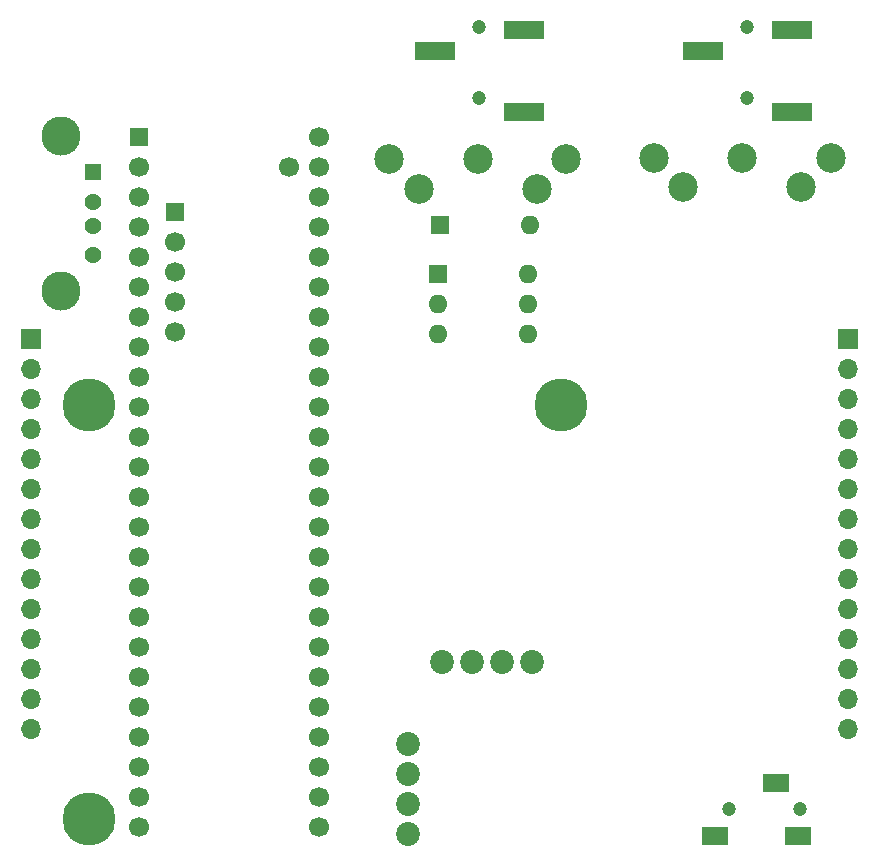
<source format=gbr>
%TF.GenerationSoftware,KiCad,Pcbnew,(6.0.2)*%
%TF.CreationDate,2023-01-30T01:25:14-05:00*%
%TF.ProjectId,bottom,626f7474-6f6d-42e6-9b69-6361645f7063,rev?*%
%TF.SameCoordinates,Original*%
%TF.FileFunction,Soldermask,Bot*%
%TF.FilePolarity,Negative*%
%FSLAX46Y46*%
G04 Gerber Fmt 4.6, Leading zero omitted, Abs format (unit mm)*
G04 Created by KiCad (PCBNEW (6.0.2)) date 2023-01-30 01:25:14*
%MOMM*%
%LPD*%
G01*
G04 APERTURE LIST*
%ADD10C,2.020000*%
%ADD11C,4.500000*%
%ADD12R,1.600000X1.600000*%
%ADD13O,1.600000X1.600000*%
%ADD14C,2.499360*%
%ADD15R,1.700000X1.700000*%
%ADD16O,1.700000X1.700000*%
%ADD17C,1.700000*%
%ADD18R,1.428000X1.428000*%
%ADD19C,1.428000*%
%ADD20C,3.316000*%
%ADD21C,1.200000*%
%ADD22R,2.200000X1.600000*%
%ADD23R,3.500000X1.500000*%
G04 APERTURE END LIST*
D10*
%TO.C,J99*%
X157589860Y-119680000D03*
X155049860Y-119680000D03*
X152509860Y-119680000D03*
X149969860Y-119680000D03*
%TD*%
%TO.C,J96*%
X147109860Y-134260000D03*
X147109860Y-131720000D03*
X147109860Y-129180000D03*
X147109860Y-126640000D03*
%TD*%
D11*
%TO.C,H2*%
X120078000Y-132920000D03*
%TD*%
D12*
%TO.C,D1*%
X149842400Y-82680000D03*
D13*
X157462400Y-82680000D03*
%TD*%
D11*
%TO.C,H1*%
X160078000Y-97920000D03*
%TD*%
D14*
%TO.C,J40*%
X145511780Y-77077200D03*
X153009860Y-77079740D03*
X160507940Y-77077200D03*
X148013680Y-79579100D03*
X158006040Y-79579100D03*
%TD*%
D15*
%TO.C,J32*%
X115202400Y-92280000D03*
D16*
X115202400Y-94820000D03*
X115202400Y-97360000D03*
X115202400Y-99900000D03*
X115202400Y-102440000D03*
X115202400Y-104980000D03*
X115202400Y-107520000D03*
X115202400Y-110060000D03*
X115202400Y-112600000D03*
X115202400Y-115140000D03*
X115202400Y-117680000D03*
X115202400Y-120220000D03*
X115202400Y-122760000D03*
X115202400Y-125300000D03*
%TD*%
D14*
%TO.C,J90*%
X167911780Y-76977200D03*
X175409860Y-76979740D03*
X182907940Y-76977200D03*
X170413680Y-79479100D03*
X180406040Y-79479100D03*
%TD*%
D12*
%TO.C,U1*%
X124369860Y-75240000D03*
D17*
X124369860Y-77780000D03*
X124369860Y-80320000D03*
X124369860Y-82860000D03*
X124369860Y-85400000D03*
X124369860Y-87940000D03*
X124369860Y-90480000D03*
X124369860Y-93020000D03*
X124369860Y-95560000D03*
X124369860Y-98100000D03*
X124369860Y-100640000D03*
X124369860Y-103180000D03*
X124369860Y-105720000D03*
X124369860Y-108260000D03*
X124369860Y-110800000D03*
X124369860Y-113340000D03*
X124369860Y-115880000D03*
X124369860Y-118420000D03*
X124369860Y-120960000D03*
X124369860Y-123500000D03*
X124369860Y-126040000D03*
X124369860Y-128580000D03*
X124369860Y-131120000D03*
X124369860Y-133660000D03*
X139609860Y-133660000D03*
X139609860Y-131120000D03*
X139609860Y-128580000D03*
X139609860Y-126040000D03*
X139609860Y-123500000D03*
X139609860Y-120960000D03*
X139609860Y-118420000D03*
X139609860Y-115880000D03*
X139609860Y-113340000D03*
X139609860Y-110800000D03*
X139609860Y-108260000D03*
X139609860Y-105720000D03*
X139609860Y-103180000D03*
X139609860Y-100640000D03*
X139609860Y-98100000D03*
X139609860Y-95560000D03*
X139609860Y-93020000D03*
X139609860Y-90480000D03*
X139609860Y-87940000D03*
X139609860Y-85400000D03*
X139609860Y-82860000D03*
X139609860Y-80320000D03*
X139609860Y-77780000D03*
X139609860Y-75240000D03*
X137069860Y-77780000D03*
D12*
X127420660Y-81539200D03*
D17*
X127420660Y-84079200D03*
X127420660Y-86619200D03*
X127420660Y-89159200D03*
X127420660Y-91699200D03*
%TD*%
D15*
%TO.C,J31*%
X184402400Y-92280000D03*
D16*
X184402400Y-94820000D03*
X184402400Y-97360000D03*
X184402400Y-99900000D03*
X184402400Y-102440000D03*
X184402400Y-104980000D03*
X184402400Y-107520000D03*
X184402400Y-110060000D03*
X184402400Y-112600000D03*
X184402400Y-115140000D03*
X184402400Y-117680000D03*
X184402400Y-120220000D03*
X184402400Y-122760000D03*
X184402400Y-125300000D03*
%TD*%
D12*
%TO.C,U3*%
X149665880Y-86791200D03*
D13*
X149665880Y-89331200D03*
X149665880Y-91871200D03*
X157285880Y-91871200D03*
X157285880Y-89331200D03*
X157285880Y-86791200D03*
%TD*%
D11*
%TO.C,H3*%
X120078000Y-97920000D03*
%TD*%
D18*
%TO.C,J70*%
X120419860Y-78210000D03*
D19*
X120419860Y-80710000D03*
X120419860Y-82710000D03*
X120419860Y-85210000D03*
D20*
X117709860Y-75140000D03*
X117709860Y-88280000D03*
%TD*%
D21*
%TO.C,J0*%
X174279400Y-132130000D03*
X180279400Y-132130000D03*
D22*
X180152400Y-134380000D03*
X173079400Y-134380000D03*
X178247400Y-129880000D03*
%TD*%
D21*
%TO.C,J82*%
X153152400Y-71920000D03*
X153152400Y-65920000D03*
D23*
X156902400Y-66120000D03*
X156902400Y-73120000D03*
X149402400Y-67920000D03*
%TD*%
D21*
%TO.C,J81*%
X175852400Y-71920000D03*
X175852400Y-65920000D03*
D23*
X179602400Y-66120000D03*
X179602400Y-73120000D03*
X172102400Y-67920000D03*
%TD*%
M02*

</source>
